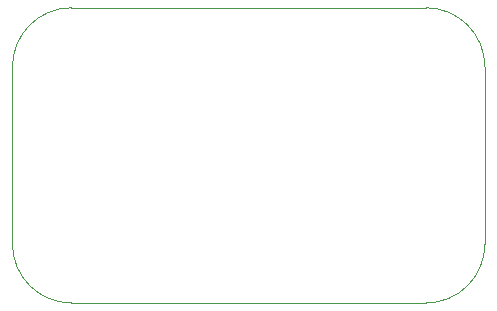
<source format=gbr>
%TF.GenerationSoftware,KiCad,Pcbnew,7.0.6*%
%TF.CreationDate,2023-09-04T11:25:06+01:00*%
%TF.ProjectId,working,776f726b-696e-4672-9e6b-696361645f70,rev?*%
%TF.SameCoordinates,Original*%
%TF.FileFunction,Profile,NP*%
%FSLAX46Y46*%
G04 Gerber Fmt 4.6, Leading zero omitted, Abs format (unit mm)*
G04 Created by KiCad (PCBNEW 7.0.6) date 2023-09-04 11:25:06*
%MOMM*%
%LPD*%
G01*
G04 APERTURE LIST*
%TA.AperFunction,Profile*%
%ADD10C,0.100000*%
%TD*%
G04 APERTURE END LIST*
D10*
X-15000000Y12500000D02*
X15000000Y12500000D01*
X-20000000Y-7500000D02*
X-20000000Y7500000D01*
X15000000Y-12500000D02*
X-15000000Y-12500000D01*
X20000000Y7500000D02*
X20000000Y-7500000D01*
X15000000Y-12500000D02*
G75*
G03*
X20000000Y-7500000I0J5000000D01*
G01*
X-20000000Y-7500000D02*
G75*
G03*
X-15000000Y-12500000I5000000J0D01*
G01*
X20000000Y7500000D02*
G75*
G03*
X15000000Y12500000I-5000000J0D01*
G01*
X-15000000Y12500000D02*
G75*
G03*
X-20000000Y7500000I0J-5000000D01*
G01*
M02*

</source>
